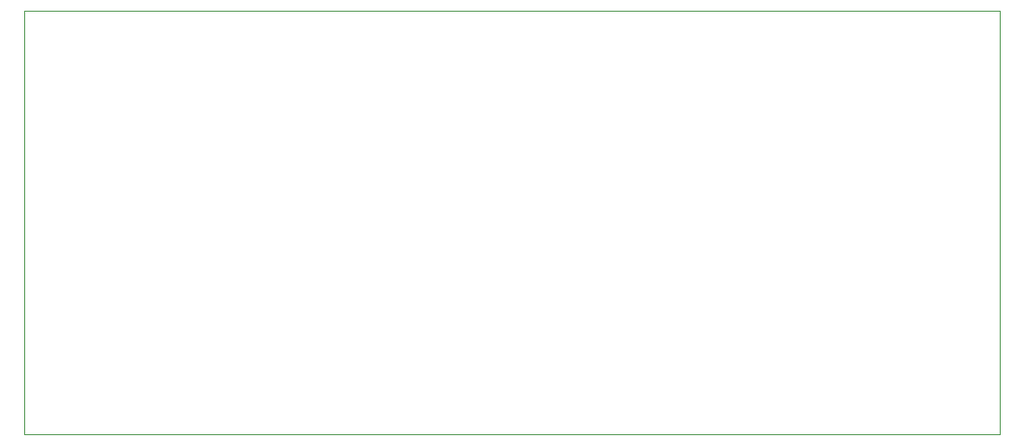
<source format=gbr>
%FSLAX34Y34*%
%MOMM*%
%LNOUTLINE*%
G71*
G01*
%ADD10C,0.002*%
%LPD*%
G54D10*
X0Y400000D02*
X920000Y400000D01*
X920000Y0D01*
X0Y0D01*
X0Y400000D01*
M02*

</source>
